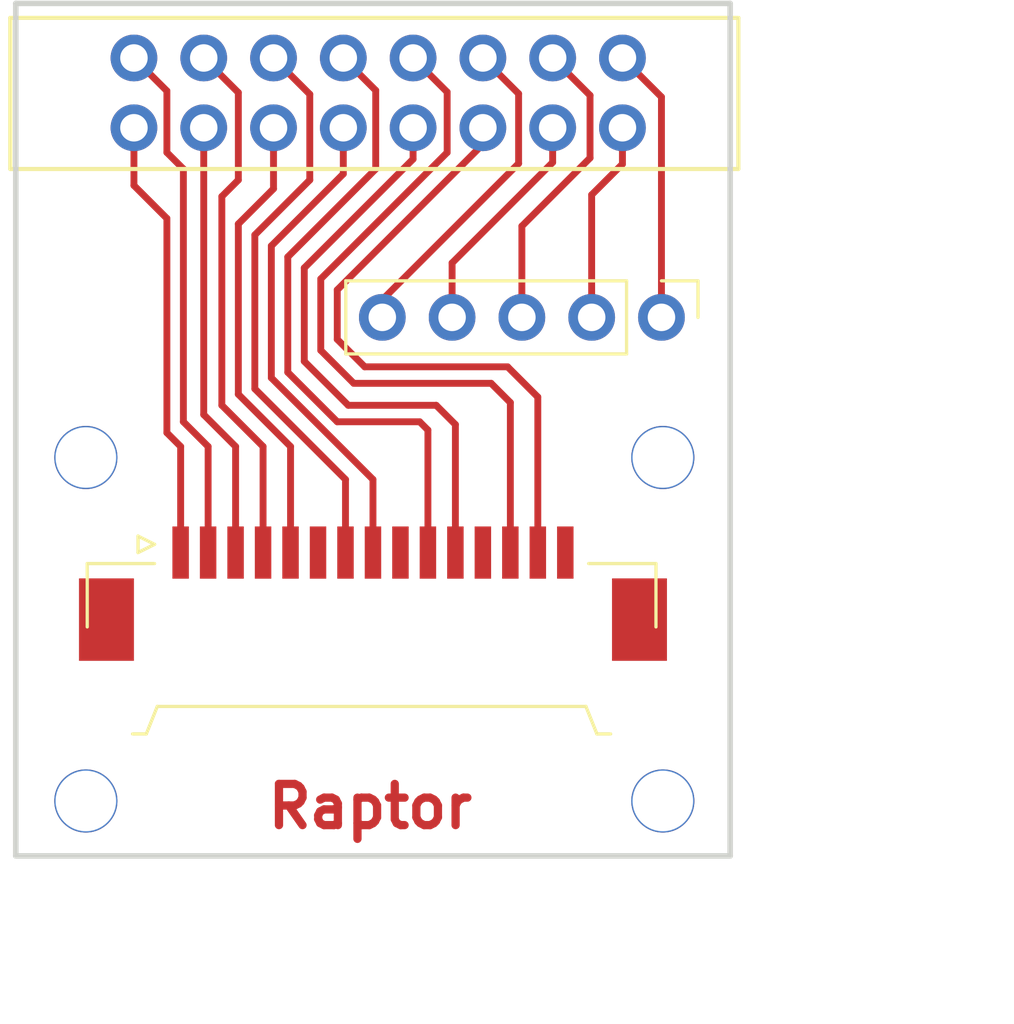
<source format=kicad_pcb>
(kicad_pcb (version 4) (host pcbnew 4.0.5)

  (general
    (links 16)
    (no_connects 0)
    (area 134.194999 91.025 175.12 132.100001)
    (thickness 1.6)
    (drawings 8)
    (tracks 82)
    (zones 0)
    (modules 7)
    (nets 21)
  )

  (page A4)
  (title_block
    (title Raptor)
  )

  (layers
    (0 F.Cu signal)
    (31 B.Cu signal hide)
    (32 B.Adhes user hide)
    (33 F.Adhes user hide)
    (34 B.Paste user hide)
    (35 F.Paste user hide)
    (36 B.SilkS user hide)
    (37 F.SilkS user hide)
    (38 B.Mask user hide)
    (39 F.Mask user hide)
    (40 Dwgs.User user hide)
    (41 Cmts.User user hide)
    (42 Eco1.User user hide)
    (43 Eco2.User user hide)
    (44 Edge.Cuts user)
    (45 Margin user hide)
    (46 B.CrtYd user hide)
    (47 F.CrtYd user hide)
    (48 B.Fab user)
    (49 F.Fab user hide)
  )

  (setup
    (last_trace_width 0.25)
    (trace_clearance 0.2)
    (zone_clearance 0.508)
    (zone_45_only yes)
    (trace_min 0.2)
    (segment_width 0.2)
    (edge_width 0.2)
    (via_size 0.6)
    (via_drill 0.4)
    (via_min_size 0.4)
    (via_min_drill 0.3)
    (uvia_size 0.3)
    (uvia_drill 0.1)
    (uvias_allowed no)
    (uvia_min_size 0.2)
    (uvia_min_drill 0.1)
    (pcb_text_width 0.3)
    (pcb_text_size 1.5 1.5)
    (mod_edge_width 0.15)
    (mod_text_size 1 1)
    (mod_text_width 0.15)
    (pad_size 1.5 1.5)
    (pad_drill 0.6)
    (pad_to_mask_clearance 0)
    (aux_axis_origin 0 0)
    (grid_origin 128.27 127)
    (visible_elements 7FFFFFFF)
    (pcbplotparams
      (layerselection 0x00030_80000001)
      (usegerberextensions false)
      (excludeedgelayer true)
      (linewidth 0.100000)
      (plotframeref false)
      (viasonmask false)
      (mode 1)
      (useauxorigin false)
      (hpglpennumber 1)
      (hpglpenspeed 20)
      (hpglpendiameter 15)
      (hpglpenoverlay 2)
      (psnegative false)
      (psa4output false)
      (plotreference true)
      (plotvalue true)
      (plotinvisibletext false)
      (padsonsilk false)
      (subtractmaskfromsilk false)
      (outputformat 1)
      (mirror false)
      (drillshape 0)
      (scaleselection 1)
      (outputdirectory ""))
  )

  (net 0 "")
  (net 1 "Net-(P1-Pad1)")
  (net 2 "Net-(P1-Pad2)")
  (net 3 "Net-(P1-Pad3)")
  (net 4 "Net-(P1-Pad4)")
  (net 5 "Net-(P1-Pad5)")
  (net 6 "Net-(P1-Pad6)")
  (net 7 "Net-(P1-Pad7)")
  (net 8 "Net-(P1-Pad8)")
  (net 9 "Net-(P1-Pad9)")
  (net 10 "Net-(P1-Pad10)")
  (net 11 "Net-(P1-Pad11)")
  (net 12 "Net-(P1-Pad12)")
  (net 13 "Net-(P1-Pad13)")
  (net 14 "Net-(P1-Pad14)")
  (net 15 "Net-(P1-Pad15)")
  (net 16 "Net-(P2-Pad3)")
  (net 17 "Net-(P2-Pad4)")
  (net 18 "Net-(P2-Pad5)")
  (net 19 "Net-(P2-Pad2)")
  (net 20 "Net-(P2-Pad1)")

  (net_class Default "To jest domyślna klasa połączeń."
    (clearance 0.2)
    (trace_width 0.25)
    (via_dia 0.6)
    (via_drill 0.4)
    (uvia_dia 0.3)
    (uvia_drill 0.1)
    (add_net "Net-(P1-Pad1)")
    (add_net "Net-(P1-Pad10)")
    (add_net "Net-(P1-Pad11)")
    (add_net "Net-(P1-Pad12)")
    (add_net "Net-(P1-Pad13)")
    (add_net "Net-(P1-Pad14)")
    (add_net "Net-(P1-Pad15)")
    (add_net "Net-(P1-Pad2)")
    (add_net "Net-(P1-Pad3)")
    (add_net "Net-(P1-Pad4)")
    (add_net "Net-(P1-Pad5)")
    (add_net "Net-(P1-Pad6)")
    (add_net "Net-(P1-Pad7)")
    (add_net "Net-(P1-Pad8)")
    (add_net "Net-(P1-Pad9)")
    (add_net "Net-(P2-Pad1)")
    (add_net "Net-(P2-Pad2)")
    (add_net "Net-(P2-Pad3)")
    (add_net "Net-(P2-Pad4)")
    (add_net "Net-(P2-Pad5)")
  )

  (module rpi:2.20mmDrill (layer F.Cu) (tedit 58C424E1) (tstamp 58C426D1)
    (at 137.52 122)
    (descr "WireConnection with 2.5mm drill")
    (fp_text reference "" (at 4.8514 0.2032) (layer F.SilkS)
      (effects (font (size 1 1) (thickness 0.15)))
    )
    (fp_text value "" (at 5.08 3.81) (layer F.Fab)
      (effects (font (size 1 1) (thickness 0.15)))
    )
    (pad "" thru_hole circle (at 0 0) (size 2.3 2.3) (drill 2.2) (layers *.Cu *.Mask))
  )

  (module rpi:2.20mmDrill (layer F.Cu) (tedit 58C424E1) (tstamp 58C426DA)
    (at 158.52 109.5)
    (descr "WireConnection with 2.5mm drill")
    (fp_text reference "" (at 4.8514 0.2032) (layer F.SilkS)
      (effects (font (size 1 1) (thickness 0.15)))
    )
    (fp_text value "" (at 5.08 3.81) (layer F.Fab)
      (effects (font (size 1 1) (thickness 0.15)))
    )
    (pad "" thru_hole circle (at 0 0) (size 2.3 2.3) (drill 2.2) (layers *.Cu *.Mask))
  )

  (module rpi:2.20mmDrill (layer F.Cu) (tedit 58C424E1) (tstamp 58C426E3)
    (at 158.52 122)
    (descr "WireConnection with 2.5mm drill")
    (fp_text reference "" (at 4.8514 0.2032) (layer F.SilkS)
      (effects (font (size 1 1) (thickness 0.15)))
    )
    (fp_text value "" (at 5.08 3.81) (layer F.Fab)
      (effects (font (size 1 1) (thickness 0.15)))
    )
    (pad "" thru_hole circle (at 0 0) (size 2.3 2.3) (drill 2.2) (layers *.Cu *.Mask))
  )

  (module rpi:2.20mmDrill (layer F.Cu) (tedit 58C424E1) (tstamp 58C426F5)
    (at 137.52 109.5)
    (descr "WireConnection with 2.5mm drill")
    (fp_text reference "" (at 4.8514 0.2032) (layer F.SilkS)
      (effects (font (size 1 1) (thickness 0.15)))
    )
    (fp_text value "" (at 5.08 3.81) (layer F.Fab)
      (effects (font (size 1 1) (thickness 0.15)))
    )
    (pad "" thru_hole circle (at 0 0) (size 2.3 2.3) (drill 2.2) (layers *.Cu *.Mask))
  )

  (module objects:FFC_connector_15x1.0mm (layer F.Cu) (tedit 58DE1A60) (tstamp 58DDFC16)
    (at 147.87 115.4)
    (descr "Molex Panelmate series connector, 1.25mm pitch, side entry SMT, P/N: 53780-1570")
    (tags "conn molex panelmate")
    (path /58DDF909)
    (attr smd)
    (fp_text reference "" (at 0.05 -4.84) (layer F.SilkS)
      (effects (font (size 1 1) (thickness 0.15)))
    )
    (fp_text value "" (at -0.05 5.66) (layer F.Fab)
      (effects (font (size 1 1) (thickness 0.15)))
    )
    (fp_text user %R (at 0.05 0.46) (layer F.Fab)
      (effects (font (size 1 1) (thickness 0.15)))
    )
    (fp_line (start 10.25 -1.89) (end -10.15 -1.89) (layer F.Fab) (width 0.1))
    (fp_line (start -10.15 -1.89) (end -10.15 4.01) (layer F.Fab) (width 0.1))
    (fp_line (start -10.15 4.01) (end -8.25 4.01) (layer F.Fab) (width 0.1))
    (fp_line (start -8.25 4.01) (end -7.85 3.01) (layer F.Fab) (width 0.1))
    (fp_line (start -7.85 3.01) (end 7.95 3.01) (layer F.Fab) (width 0.1))
    (fp_line (start 7.95 3.01) (end 8.35 4.01) (layer F.Fab) (width 0.1))
    (fp_line (start 8.35 4.01) (end 10.25 4.01) (layer F.Fab) (width 0.1))
    (fp_line (start 10.25 4.01) (end 10.25 -1.89) (layer F.Fab) (width 0.1))
    (fp_line (start -7.85 -2.04) (end -10.3 -2.04) (layer F.SilkS) (width 0.12))
    (fp_line (start -10.3 -2.04) (end -10.3 0.265) (layer F.SilkS) (width 0.12))
    (fp_line (start 7.95 -2.04) (end 10.4 -2.04) (layer F.SilkS) (width 0.12))
    (fp_line (start 10.4 -2.04) (end 10.4 0.265) (layer F.SilkS) (width 0.12))
    (fp_line (start -8.65 4.16) (end -8.15 4.16) (layer F.SilkS) (width 0.12))
    (fp_line (start -8.15 4.16) (end -7.75 3.16) (layer F.SilkS) (width 0.12))
    (fp_line (start -7.75 3.16) (end 7.85 3.16) (layer F.SilkS) (width 0.12))
    (fp_line (start 7.85 3.16) (end 8.25 4.16) (layer F.SilkS) (width 0.12))
    (fp_line (start 8.25 4.16) (end 8.75 4.16) (layer F.SilkS) (width 0.12))
    (fp_line (start -7.85 -2.74) (end -8.45 -3.04) (layer F.SilkS) (width 0.12))
    (fp_line (start -8.45 -3.04) (end -8.45 -2.44) (layer F.SilkS) (width 0.12))
    (fp_line (start -8.45 -2.44) (end -7.85 -2.74) (layer F.SilkS) (width 0.12))
    (fp_line (start -7.85 -2.74) (end -8.45 -3.04) (layer F.Fab) (width 0.1))
    (fp_line (start -8.45 -3.04) (end -8.45 -2.44) (layer F.Fab) (width 0.1))
    (fp_line (start -8.45 -2.44) (end -7.85 -2.74) (layer F.Fab) (width 0.1))
    (fp_line (start -10.95 -3.9) (end -10.95 4.7) (layer F.CrtYd) (width 0.05))
    (fp_line (start -10.95 4.7) (end 11.05 4.7) (layer F.CrtYd) (width 0.05))
    (fp_line (start 11.05 4.7) (end 11.05 -3.9) (layer F.CrtYd) (width 0.05))
    (fp_line (start 11.05 -3.9) (end -10.95 -3.9) (layer F.CrtYd) (width 0.05))
    (pad "" smd rect (at -9.6 0) (size 2 3) (layers F.Cu F.Paste F.Mask))
    (pad 1 smd rect (at -6.9 -2.44) (size 0.6 1.9) (layers F.Cu F.Paste F.Mask)
      (net 1 "Net-(P1-Pad1)"))
    (pad 2 smd rect (at -5.9 -2.44) (size 0.6 1.9) (layers F.Cu F.Paste F.Mask)
      (net 2 "Net-(P1-Pad2)"))
    (pad 3 smd rect (at -4.9 -2.44) (size 0.6 1.9) (layers F.Cu F.Paste F.Mask)
      (net 3 "Net-(P1-Pad3)"))
    (pad 4 smd rect (at -3.9 -2.44) (size 0.6 1.9) (layers F.Cu F.Paste F.Mask)
      (net 4 "Net-(P1-Pad4)"))
    (pad 5 smd rect (at -2.9 -2.44) (size 0.6 1.9) (layers F.Cu F.Paste F.Mask)
      (net 5 "Net-(P1-Pad5)"))
    (pad 6 smd rect (at -1.9 -2.44) (size 0.6 1.9) (layers F.Cu F.Paste F.Mask)
      (net 6 "Net-(P1-Pad6)"))
    (pad 7 smd rect (at -0.9 -2.44) (size 0.6 1.9) (layers F.Cu F.Paste F.Mask)
      (net 7 "Net-(P1-Pad7)"))
    (pad 8 smd rect (at 0.1 -2.44) (size 0.6 1.9) (layers F.Cu F.Paste F.Mask)
      (net 8 "Net-(P1-Pad8)"))
    (pad 9 smd rect (at 1.1 -2.44) (size 0.6 1.9) (layers F.Cu F.Paste F.Mask)
      (net 9 "Net-(P1-Pad9)"))
    (pad 10 smd rect (at 2.1 -2.44) (size 0.6 1.9) (layers F.Cu F.Paste F.Mask)
      (net 10 "Net-(P1-Pad10)"))
    (pad 11 smd rect (at 3.1 -2.44) (size 0.6 1.9) (layers F.Cu F.Paste F.Mask)
      (net 11 "Net-(P1-Pad11)"))
    (pad 12 smd rect (at 4.1 -2.44) (size 0.6 1.9) (layers F.Cu F.Paste F.Mask)
      (net 12 "Net-(P1-Pad12)"))
    (pad 13 smd rect (at 5.1 -2.44) (size 0.6 1.9) (layers F.Cu F.Paste F.Mask)
      (net 13 "Net-(P1-Pad13)"))
    (pad 14 smd rect (at 6.1 -2.44) (size 0.6 1.9) (layers F.Cu F.Paste F.Mask)
      (net 14 "Net-(P1-Pad14)"))
    (pad 15 smd rect (at 7.1 -2.44) (size 0.6 1.9) (layers F.Cu F.Paste F.Mask)
      (net 15 "Net-(P1-Pad15)"))
    (pad "" smd rect (at 9.8 0) (size 2 3) (layers F.Cu F.Paste F.Mask))
    (model Connectors_Molex.3dshapes/Molex_Panelmate-53780-1570_15x1.25mm_Angled.wrl
      (at (xyz 0 0 0))
      (scale (xyz 1 1 1))
      (rotate (xyz 0 0 0))
    )
  )

  (module objects:Przejscie_tasma_druk_2x08x2.54mm (layer F.Cu) (tedit 58EFF54C) (tstamp 58DDFC42)
    (at 139.27 97.5)
    (descr http://www.farnell.com/datasheets/1520732.pdf)
    (tags "connector multicomp MC9A MC9A12")
    (path /58DE03D8)
    (fp_text reference "" (at -2.8 -5.5) (layer F.SilkS)
      (effects (font (size 1 1) (thickness 0.15)))
    )
    (fp_text value "" (at 8.8 3.5) (layer F.Fab)
      (effects (font (size 1 1) (thickness 0.15)))
    )
    (fp_line (start -4.5 1.5) (end -4.5 -4) (layer F.SilkS) (width 0.15))
    (fp_line (start -4.5 -4) (end 22 -4) (layer F.SilkS) (width 0.15))
    (fp_line (start 22 -4) (end 22 1.5) (layer F.SilkS) (width 0.15))
    (fp_line (start 22 1.5) (end -4.5 1.5) (layer F.SilkS) (width 0.15))
    (fp_line (start -4.85 1.9) (end -4.85 -4.45) (layer F.CrtYd) (width 0.05))
    (fp_line (start -4.85 -4.45) (end 22.45 -4.45) (layer F.CrtYd) (width 0.05))
    (fp_line (start 22.45 -4.45) (end 22.45 1.9) (layer F.CrtYd) (width 0.05))
    (fp_line (start 22.45 1.9) (end -4.85 1.9) (layer F.CrtYd) (width 0.05))
    (pad 1 thru_hole circle (at 0 0) (size 1.7 1.7) (drill 1) (layers *.Cu *.Mask)
      (net 1 "Net-(P1-Pad1)"))
    (pad 2 thru_hole circle (at 0 -2.54) (size 1.7 1.7) (drill 1) (layers *.Cu *.Mask)
      (net 2 "Net-(P1-Pad2)"))
    (pad 3 thru_hole circle (at 2.54 0) (size 1.7 1.7) (drill 1) (layers *.Cu *.Mask)
      (net 3 "Net-(P1-Pad3)"))
    (pad 4 thru_hole circle (at 2.54 -2.54) (size 1.7 1.7) (drill 1) (layers *.Cu *.Mask)
      (net 4 "Net-(P1-Pad4)"))
    (pad 5 thru_hole circle (at 5.08 0) (size 1.7 1.7) (drill 1) (layers *.Cu *.Mask)
      (net 5 "Net-(P1-Pad5)"))
    (pad 6 thru_hole circle (at 5.08 -2.54) (size 1.7 1.7) (drill 1) (layers *.Cu *.Mask)
      (net 7 "Net-(P1-Pad7)"))
    (pad 7 thru_hole circle (at 7.62 0) (size 1.7 1.7) (drill 1) (layers *.Cu *.Mask)
      (net 8 "Net-(P1-Pad8)"))
    (pad 8 thru_hole circle (at 7.62 -2.54) (size 1.7 1.7) (drill 1) (layers *.Cu *.Mask)
      (net 10 "Net-(P1-Pad10)"))
    (pad 9 thru_hole circle (at 10.16 0) (size 1.7 1.7) (drill 1) (layers *.Cu *.Mask)
      (net 11 "Net-(P1-Pad11)"))
    (pad 10 thru_hole circle (at 10.16 -2.54) (size 1.7 1.7) (drill 1) (layers *.Cu *.Mask)
      (net 13 "Net-(P1-Pad13)"))
    (pad 11 thru_hole circle (at 12.7 0) (size 1.7 1.7) (drill 1) (layers *.Cu *.Mask)
      (net 14 "Net-(P1-Pad14)"))
    (pad 12 thru_hole circle (at 12.7 -2.54) (size 1.7 1.7) (drill 1) (layers *.Cu *.Mask)
      (net 18 "Net-(P2-Pad5)"))
    (pad 13 thru_hole circle (at 15.24 0) (size 1.7 1.7) (drill 1) (layers *.Cu *.Mask)
      (net 17 "Net-(P2-Pad4)"))
    (pad 14 thru_hole circle (at 15.24 -2.54) (size 1.7 1.7) (drill 1) (layers *.Cu *.Mask)
      (net 16 "Net-(P2-Pad3)"))
    (pad 15 thru_hole circle (at 17.78 0) (size 1.7 1.7) (drill 1) (layers *.Cu *.Mask)
      (net 19 "Net-(P2-Pad2)"))
    (pad 16 thru_hole circle (at 17.78 -2.54) (size 1.7 1.7) (drill 1) (layers *.Cu *.Mask)
      (net 20 "Net-(P2-Pad1)"))
  )

  (module objects:Pin_Header_Straight_1x05_Pitch2.54mm (layer F.Cu) (tedit 58EFF5C2) (tstamp 58DDFC2E)
    (at 158.47 104.4 270)
    (descr "Through hole straight pin header, 1x05, 2.54mm pitch, single row")
    (tags "Through hole pin header THT 1x05 2.54mm single row")
    (path /58DDF822)
    (fp_text reference "" (at 0 -2.33 270) (layer F.SilkS)
      (effects (font (size 1 1) (thickness 0.15)))
    )
    (fp_text value "" (at 0 12.49 270) (layer F.Fab)
      (effects (font (size 1 1) (thickness 0.15)))
    )
    (fp_line (start -1.27 -1.27) (end -1.27 11.43) (layer F.Fab) (width 0.1))
    (fp_line (start -1.27 11.43) (end 1.27 11.43) (layer F.Fab) (width 0.1))
    (fp_line (start 1.27 11.43) (end 1.27 -1.27) (layer F.Fab) (width 0.1))
    (fp_line (start 1.27 -1.27) (end -1.27 -1.27) (layer F.Fab) (width 0.1))
    (fp_line (start -1.33 1.27) (end -1.33 11.49) (layer F.SilkS) (width 0.12))
    (fp_line (start -1.33 11.49) (end 1.33 11.49) (layer F.SilkS) (width 0.12))
    (fp_line (start 1.33 11.49) (end 1.33 1.27) (layer F.SilkS) (width 0.12))
    (fp_line (start 1.33 1.27) (end -1.33 1.27) (layer F.SilkS) (width 0.12))
    (fp_line (start -1.33 0) (end -1.33 -1.33) (layer F.SilkS) (width 0.12))
    (fp_line (start -1.33 -1.33) (end 0 -1.33) (layer F.SilkS) (width 0.12))
    (fp_line (start -1.8 -1.8) (end -1.8 11.95) (layer F.CrtYd) (width 0.05))
    (fp_line (start -1.8 11.95) (end 1.8 11.95) (layer F.CrtYd) (width 0.05))
    (fp_line (start 1.8 11.95) (end 1.8 -1.8) (layer F.CrtYd) (width 0.05))
    (fp_line (start 1.8 -1.8) (end -1.8 -1.8) (layer F.CrtYd) (width 0.05))
    (fp_text user %R (at 0 -2.33 270) (layer F.Fab)
      (effects (font (size 1 1) (thickness 0.15)))
    )
    (pad 1 thru_hole circle (at 0 0 270) (size 1.7 1.7) (drill 1) (layers *.Cu *.Mask)
      (net 20 "Net-(P2-Pad1)"))
    (pad 2 thru_hole oval (at 0 2.54 270) (size 1.7 1.7) (drill 1) (layers *.Cu *.Mask)
      (net 19 "Net-(P2-Pad2)"))
    (pad 3 thru_hole oval (at 0 5.08 270) (size 1.7 1.7) (drill 1) (layers *.Cu *.Mask)
      (net 16 "Net-(P2-Pad3)"))
    (pad 4 thru_hole oval (at 0 7.62 270) (size 1.7 1.7) (drill 1) (layers *.Cu *.Mask)
      (net 17 "Net-(P2-Pad4)"))
    (pad 5 thru_hole oval (at 0 10.16 270) (size 1.7 1.7) (drill 1) (layers *.Cu *.Mask)
      (net 18 "Net-(P2-Pad5)"))
    (model ${KISYS3DMOD}/Pin_Headers.3dshapes/Pin_Header_Straight_1x05_Pitch2.54mm.wrl
      (at (xyz 0 -0.2 0))
      (scale (xyz 1 1 1))
      (rotate (xyz 0 0 90))
    )
  )

  (dimension 31 (width 0.3) (layer B.Fab)
    (gr_text "31,000 mm" (at 168.62 108.5 90) (layer B.Fab)
      (effects (font (size 1.5 1.5) (thickness 0.3)))
    )
    (feature1 (pts (xy 160.97 93) (xy 169.97 93)))
    (feature2 (pts (xy 160.97 124) (xy 169.97 124)))
    (crossbar (pts (xy 167.27 124) (xy 167.27 93)))
    (arrow1a (pts (xy 167.27 93) (xy 167.856421 94.126504)))
    (arrow1b (pts (xy 167.27 93) (xy 166.683579 94.126504)))
    (arrow2a (pts (xy 167.27 124) (xy 167.856421 122.873496)))
    (arrow2b (pts (xy 167.27 124) (xy 166.683579 122.873496)))
  )
  (dimension 26 (width 0.3) (layer B.Fab)
    (gr_text "26,000 mm" (at 147.97 130.75) (layer B.Fab)
      (effects (font (size 1.5 1.5) (thickness 0.3)))
    )
    (feature1 (pts (xy 160.97 124.2) (xy 160.97 132.1)))
    (feature2 (pts (xy 134.97 124.2) (xy 134.97 132.1)))
    (crossbar (pts (xy 134.97 129.4) (xy 160.97 129.4)))
    (arrow1a (pts (xy 160.97 129.4) (xy 159.843496 129.986421)))
    (arrow1b (pts (xy 160.97 129.4) (xy 159.843496 128.813579)))
    (arrow2a (pts (xy 134.97 129.4) (xy 136.096504 129.986421)))
    (arrow2b (pts (xy 134.97 129.4) (xy 136.096504 128.813579)))
  )
  (gr_line (start 160.97 124) (end 160.97 92.975) (angle 90) (layer Edge.Cuts) (width 0.2))
  (gr_text Raptor (at 147.87 122.2) (layer F.Cu)
    (effects (font (size 1.5 1.5) (thickness 0.3)))
  )
  (gr_line (start 160.97 92.975) (end 134.97 92.975) (angle 90) (layer Edge.Cuts) (width 0.2))
  (gr_circle (center 158.47 122) (end 158.47 123) (layer F.Fab) (width 0.2))
  (gr_line (start 134.97 124) (end 134.97 92.975) (angle 90) (layer Edge.Cuts) (width 0.2))
  (gr_line (start 160.97 124) (end 134.97 124) (angle 90) (layer Edge.Cuts) (width 0.2))

  (segment (start 140.97 112.96) (end 140.97 109.1) (width 0.25) (layer F.Cu) (net 1))
  (segment (start 139.27 99.6) (end 139.27 97.5) (width 0.25) (layer F.Cu) (net 1) (tstamp 58EFEAE3))
  (segment (start 140.47 100.8) (end 139.27 99.6) (width 0.25) (layer F.Cu) (net 1) (tstamp 58EFEAE0))
  (segment (start 140.47 108.6) (end 140.47 100.8) (width 0.25) (layer F.Cu) (net 1) (tstamp 58EFEADD))
  (segment (start 140.97 109.1) (end 140.47 108.6) (width 0.25) (layer F.Cu) (net 1) (tstamp 58EFEADC))
  (segment (start 141.97 112.96) (end 141.97 109.1) (width 0.25) (layer F.Cu) (net 2))
  (segment (start 140.47 96.16) (end 139.27 94.96) (width 0.25) (layer F.Cu) (net 2) (tstamp 58EFEBEA))
  (segment (start 140.47 98.4) (end 140.47 96.16) (width 0.25) (layer F.Cu) (net 2) (tstamp 58EFEBE6))
  (segment (start 141.07 99) (end 140.47 98.4) (width 0.25) (layer F.Cu) (net 2) (tstamp 58EFEBE0))
  (segment (start 141.07 108.2) (end 141.07 99) (width 0.25) (layer F.Cu) (net 2) (tstamp 58EFEBD5))
  (segment (start 141.97 109.1) (end 141.07 108.2) (width 0.25) (layer F.Cu) (net 2) (tstamp 58EFEBD0))
  (segment (start 142.97 112.96) (end 142.97 109.1) (width 0.25) (layer F.Cu) (net 3))
  (segment (start 141.81 107.94) (end 141.81 97.5) (width 0.25) (layer F.Cu) (net 3) (tstamp 58EFEAC0))
  (segment (start 142.97 109.1) (end 141.81 107.94) (width 0.25) (layer F.Cu) (net 3) (tstamp 58EFEABE))
  (segment (start 143.97 112.96) (end 143.97 109.1) (width 0.25) (layer F.Cu) (net 4))
  (segment (start 143.07 96.22) (end 141.81 94.96) (width 0.25) (layer F.Cu) (net 4) (tstamp 58EFEAB9))
  (segment (start 143.07 99.4) (end 143.07 96.22) (width 0.25) (layer F.Cu) (net 4) (tstamp 58EFEAB8))
  (segment (start 142.47 100) (end 143.07 99.4) (width 0.25) (layer F.Cu) (net 4) (tstamp 58EFEAB7))
  (segment (start 142.47 107.6) (end 142.47 100) (width 0.25) (layer F.Cu) (net 4) (tstamp 58EFEAB5))
  (segment (start 143.97 109.1) (end 142.47 107.6) (width 0.25) (layer F.Cu) (net 4) (tstamp 58EFEAB3))
  (segment (start 144.97 112.96) (end 144.97 109.1) (width 0.25) (layer F.Cu) (net 5))
  (segment (start 144.35 99.72) (end 144.35 97.5) (width 0.25) (layer F.Cu) (net 5) (tstamp 58EFEAAE))
  (segment (start 143.07 101) (end 144.35 99.72) (width 0.25) (layer F.Cu) (net 5) (tstamp 58EFEAAC))
  (segment (start 143.07 107.2) (end 143.07 101) (width 0.25) (layer F.Cu) (net 5) (tstamp 58EFEAAA))
  (segment (start 144.97 109.1) (end 143.07 107.2) (width 0.25) (layer F.Cu) (net 5) (tstamp 58EFEAA8))
  (segment (start 146.97 112.96) (end 146.97 110.3) (width 0.25) (layer F.Cu) (net 7))
  (segment (start 145.67 96.28) (end 144.35 94.96) (width 0.25) (layer F.Cu) (net 7) (tstamp 58EFEAA3))
  (segment (start 145.67 99.4) (end 145.67 96.28) (width 0.25) (layer F.Cu) (net 7) (tstamp 58EFEAA1))
  (segment (start 143.67 101.4) (end 145.67 99.4) (width 0.25) (layer F.Cu) (net 7) (tstamp 58EFEA9F))
  (segment (start 143.67 107) (end 143.67 101.4) (width 0.25) (layer F.Cu) (net 7) (tstamp 58EFEA9D))
  (segment (start 146.97 110.3) (end 143.67 107) (width 0.25) (layer F.Cu) (net 7) (tstamp 58EFEA9B))
  (segment (start 147.97 112.96) (end 147.97 110.3) (width 0.25) (layer F.Cu) (net 8))
  (segment (start 146.89 99.18) (end 146.89 97.5) (width 0.25) (layer F.Cu) (net 8) (tstamp 58EFEA95))
  (segment (start 144.27 101.8) (end 146.89 99.18) (width 0.25) (layer F.Cu) (net 8) (tstamp 58EFEA93))
  (segment (start 144.27 106.6) (end 144.27 101.8) (width 0.25) (layer F.Cu) (net 8) (tstamp 58EFEA91))
  (segment (start 147.97 110.3) (end 144.27 106.6) (width 0.25) (layer F.Cu) (net 8) (tstamp 58EFEA8F))
  (segment (start 149.97 112.96) (end 149.97 108.5) (width 0.25) (layer F.Cu) (net 10))
  (segment (start 148.07 96.14) (end 146.89 94.96) (width 0.25) (layer F.Cu) (net 10) (tstamp 58EFEA8B))
  (segment (start 148.07 99) (end 148.07 96.14) (width 0.25) (layer F.Cu) (net 10) (tstamp 58EFEA89))
  (segment (start 144.87 102.2) (end 148.07 99) (width 0.25) (layer F.Cu) (net 10) (tstamp 58EFEA87))
  (segment (start 144.87 106.4) (end 144.87 102.2) (width 0.25) (layer F.Cu) (net 10) (tstamp 58EFEA85))
  (segment (start 146.67 108.2) (end 144.87 106.4) (width 0.25) (layer F.Cu) (net 10) (tstamp 58EFEA83))
  (segment (start 149.67 108.2) (end 146.67 108.2) (width 0.25) (layer F.Cu) (net 10) (tstamp 58EFEA82))
  (segment (start 149.97 108.5) (end 149.67 108.2) (width 0.25) (layer F.Cu) (net 10) (tstamp 58EFEA81))
  (segment (start 150.97 112.96) (end 150.97 108.3) (width 0.25) (layer F.Cu) (net 11))
  (segment (start 149.43 98.64) (end 149.43 97.5) (width 0.25) (layer F.Cu) (net 11) (tstamp 58EFEA7C))
  (segment (start 145.47 102.6) (end 149.43 98.64) (width 0.25) (layer F.Cu) (net 11) (tstamp 58EFEA7A))
  (segment (start 145.47 106) (end 145.47 102.6) (width 0.25) (layer F.Cu) (net 11) (tstamp 58EFEA78))
  (segment (start 147.07 107.6) (end 145.47 106) (width 0.25) (layer F.Cu) (net 11) (tstamp 58EFEA76))
  (segment (start 150.27 107.6) (end 147.07 107.6) (width 0.25) (layer F.Cu) (net 11) (tstamp 58EFEA75))
  (segment (start 150.97 108.3) (end 150.27 107.6) (width 0.25) (layer F.Cu) (net 11) (tstamp 58EFEA74))
  (segment (start 152.97 112.96) (end 152.97 107.5) (width 0.25) (layer F.Cu) (net 13))
  (segment (start 150.67 96.2) (end 149.43 94.96) (width 0.25) (layer F.Cu) (net 13) (tstamp 58EFEE0B))
  (segment (start 150.67 98.4) (end 150.67 96.2) (width 0.25) (layer F.Cu) (net 13) (tstamp 58EFEE09))
  (segment (start 146.07 103) (end 150.67 98.4) (width 0.25) (layer F.Cu) (net 13) (tstamp 58EFEE01))
  (segment (start 146.07 105.6) (end 146.07 103) (width 0.25) (layer F.Cu) (net 13) (tstamp 58EFEDFE))
  (segment (start 147.27 106.8) (end 146.07 105.6) (width 0.25) (layer F.Cu) (net 13) (tstamp 58EFEDF8))
  (segment (start 152.27 106.8) (end 147.27 106.8) (width 0.25) (layer F.Cu) (net 13) (tstamp 58EFEDEC))
  (segment (start 152.97 107.5) (end 152.27 106.8) (width 0.25) (layer F.Cu) (net 13) (tstamp 58EFEDE8))
  (segment (start 153.97 112.96) (end 153.97 107.3) (width 0.25) (layer F.Cu) (net 14))
  (segment (start 151.97 98.1) (end 151.97 97.5) (width 0.25) (layer F.Cu) (net 14) (tstamp 58EFECAE))
  (segment (start 146.67 103.4) (end 151.97 98.1) (width 0.25) (layer F.Cu) (net 14) (tstamp 58EFECA4))
  (segment (start 146.67 105.2) (end 146.67 103.4) (width 0.25) (layer F.Cu) (net 14) (tstamp 58EFEC9B))
  (segment (start 147.67 106.2) (end 146.67 105.2) (width 0.25) (layer F.Cu) (net 14) (tstamp 58EFEC94))
  (segment (start 152.87 106.2) (end 147.67 106.2) (width 0.25) (layer F.Cu) (net 14) (tstamp 58EFEC8E))
  (segment (start 153.97 107.3) (end 152.87 106.2) (width 0.25) (layer F.Cu) (net 14) (tstamp 58EFEC88))
  (segment (start 153.39 104.4) (end 153.39 101.08) (width 0.25) (layer F.Cu) (net 16))
  (segment (start 155.87 96.32) (end 154.51 94.96) (width 0.25) (layer F.Cu) (net 16) (tstamp 58EFEEDC))
  (segment (start 155.87 98.6) (end 155.87 96.32) (width 0.25) (layer F.Cu) (net 16) (tstamp 58EFEEDA))
  (segment (start 153.39 101.08) (end 155.87 98.6) (width 0.25) (layer F.Cu) (net 16) (tstamp 58EFEED8))
  (segment (start 150.85 104.4) (end 150.85 102.42) (width 0.25) (layer F.Cu) (net 17))
  (segment (start 154.51 98.76) (end 154.51 97.5) (width 0.25) (layer F.Cu) (net 17) (tstamp 58EFEED4))
  (segment (start 150.85 102.42) (end 154.51 98.76) (width 0.25) (layer F.Cu) (net 17) (tstamp 58EFEED2))
  (segment (start 148.31 104.4) (end 148.31 103.76) (width 0.25) (layer F.Cu) (net 18))
  (segment (start 148.31 103.76) (end 153.27 98.8) (width 0.25) (layer F.Cu) (net 18) (tstamp 58EFEECB))
  (segment (start 153.27 98.8) (end 153.27 96.26) (width 0.25) (layer F.Cu) (net 18) (tstamp 58EFEECC))
  (segment (start 153.27 96.26) (end 151.97 94.96) (width 0.25) (layer F.Cu) (net 18) (tstamp 58EFEECE))
  (segment (start 155.93 104.4) (end 155.93 99.94) (width 0.25) (layer F.Cu) (net 19))
  (segment (start 157.05 98.82) (end 157.05 97.5) (width 0.25) (layer F.Cu) (net 19) (tstamp 58EFEEE2))
  (segment (start 155.93 99.94) (end 157.05 98.82) (width 0.25) (layer F.Cu) (net 19) (tstamp 58EFEEE0))
  (segment (start 158.47 104.4) (end 158.47 96.38) (width 0.25) (layer F.Cu) (net 20))
  (segment (start 158.47 96.38) (end 157.05 94.96) (width 0.25) (layer F.Cu) (net 20) (tstamp 58EFEEE6))

)

</source>
